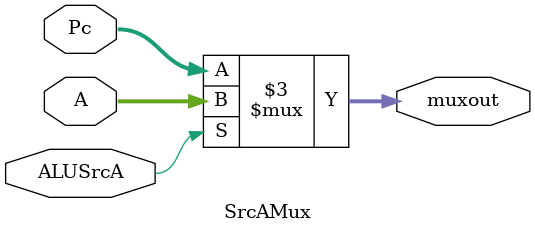
<source format=v>
`timescale 1ns / 1ps
module SrcAMux(
    input [31:0] A,
    input [31:0] Pc,
    input ALUSrcA,
    output reg [31:0] muxout
);
always @(A, Pc, ALUSrcA)begin
  if (ALUSrcA)begin
    muxout <= A;
  end
  else
    muxout <= Pc;
end
endmodule
</source>
